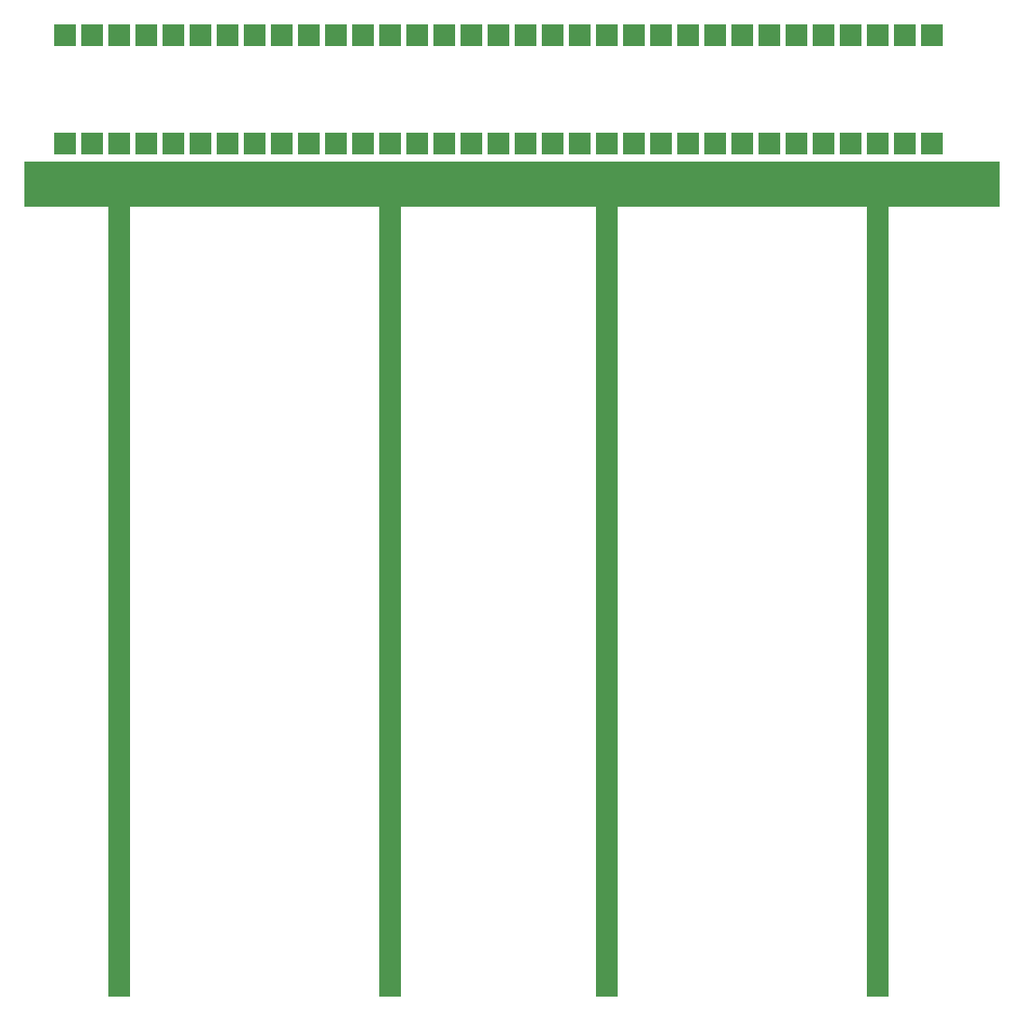
<source format=gts>
G04 #@! TF.FileFunction,Soldermask,Top*
%FSLAX46Y46*%
G04 Gerber Fmt 4.6, Leading zero omitted, Abs format (unit mm)*
G04 Created by KiCad (PCBNEW (after 2015-mar-04 BZR unknown)-product) date Mon 01 Jun 2015 23:33:07 BST*
%MOMM*%
G01*
G04 APERTURE LIST*
%ADD10C,0.150000*%
%ADD11R,2.032000X2.540000*%
%ADD12R,2.540000X2.286000*%
%ADD13R,3.048000X2.286000*%
%ADD14R,2.032000X2.032000*%
G04 APERTURE END LIST*
D10*
D11*
X85090000Y-91440000D03*
X39370000Y-91440000D03*
X59690000Y-40640000D03*
D12*
X85090000Y-15494000D03*
X87630000Y-15494000D03*
X90170000Y-15494000D03*
X92710000Y-15494000D03*
X95250000Y-15494000D03*
X82550000Y-15494000D03*
X80010000Y-15494000D03*
X77470000Y-15494000D03*
X74930000Y-15494000D03*
D13*
X82550000Y-17526000D03*
D11*
X85090000Y-17780000D03*
D13*
X87630000Y-17526000D03*
D12*
X80010000Y-17526000D03*
X77470000Y-17526000D03*
X74930000Y-17526000D03*
X90170000Y-17526000D03*
X92710000Y-17526000D03*
X95250000Y-17526000D03*
D11*
X13970000Y-27940000D03*
X13970000Y-25400000D03*
X13970000Y-22860000D03*
X39370000Y-27940000D03*
X39370000Y-25400000D03*
X39370000Y-22860000D03*
X59690000Y-27940000D03*
X59690000Y-25400000D03*
X59690000Y-22860000D03*
X85090000Y-27940000D03*
X85090000Y-25400000D03*
X85090000Y-22860000D03*
X13970000Y-88900000D03*
X13970000Y-86360000D03*
X13970000Y-83820000D03*
X13970000Y-81280000D03*
X13970000Y-78740000D03*
X13970000Y-76200000D03*
X13970000Y-73660000D03*
X13970000Y-71120000D03*
X13970000Y-68580000D03*
X13970000Y-66040000D03*
X13970000Y-63500000D03*
X13970000Y-60960000D03*
X13970000Y-58420000D03*
X13970000Y-55880000D03*
X13970000Y-53340000D03*
X13970000Y-50800000D03*
X13970000Y-48260000D03*
X13970000Y-45720000D03*
X13970000Y-43180000D03*
X13970000Y-40640000D03*
X13970000Y-38100000D03*
X13970000Y-35560000D03*
X13970000Y-33020000D03*
X13970000Y-30480000D03*
X13970000Y-20320000D03*
X13970000Y-20320000D03*
X13970000Y-30480000D03*
X13970000Y-33020000D03*
X13970000Y-35560000D03*
X13970000Y-38100000D03*
X13970000Y-40640000D03*
X13970000Y-43180000D03*
X13970000Y-45720000D03*
X13970000Y-48260000D03*
X13970000Y-50800000D03*
X13970000Y-53340000D03*
X13970000Y-55880000D03*
X13970000Y-58420000D03*
X13970000Y-60960000D03*
X13970000Y-63500000D03*
X13970000Y-66040000D03*
X13970000Y-68580000D03*
X13970000Y-71120000D03*
X13970000Y-73660000D03*
X13970000Y-76200000D03*
X13970000Y-78740000D03*
X13970000Y-81280000D03*
X13970000Y-83820000D03*
X13970000Y-86360000D03*
X13970000Y-91440000D03*
X59690000Y-88900000D03*
X59690000Y-86360000D03*
X59690000Y-83820000D03*
X59690000Y-81280000D03*
X59690000Y-78740000D03*
X59690000Y-76200000D03*
X59690000Y-73660000D03*
X59690000Y-71120000D03*
X59690000Y-68580000D03*
X59690000Y-66040000D03*
X59690000Y-63500000D03*
X59690000Y-60960000D03*
X59690000Y-58420000D03*
X59690000Y-55880000D03*
X59690000Y-53340000D03*
X59690000Y-50800000D03*
X59690000Y-48260000D03*
X59690000Y-45720000D03*
X59690000Y-43180000D03*
X59690000Y-40640000D03*
X59690000Y-38100000D03*
X59690000Y-35560000D03*
X59690000Y-33020000D03*
X59690000Y-30480000D03*
X59690000Y-20320000D03*
X59690000Y-20320000D03*
X59690000Y-30480000D03*
X59690000Y-33020000D03*
X59690000Y-35560000D03*
X59690000Y-38100000D03*
X59690000Y-40640000D03*
X59690000Y-43180000D03*
X59690000Y-45720000D03*
X59690000Y-48260000D03*
X59690000Y-50800000D03*
X59690000Y-53340000D03*
X59690000Y-55880000D03*
X59690000Y-58420000D03*
X59690000Y-60960000D03*
X59690000Y-63500000D03*
X59690000Y-66040000D03*
X59690000Y-68580000D03*
X59690000Y-71120000D03*
X59690000Y-73660000D03*
X59690000Y-76200000D03*
X59690000Y-78740000D03*
X59690000Y-81280000D03*
X59690000Y-83820000D03*
X59690000Y-86360000D03*
X59690000Y-91440000D03*
X39370000Y-88900000D03*
X39370000Y-86360000D03*
X39370000Y-83820000D03*
X39370000Y-81280000D03*
X39370000Y-78740000D03*
X39370000Y-76200000D03*
X39370000Y-73660000D03*
X39370000Y-71120000D03*
X39370000Y-68580000D03*
X39370000Y-66040000D03*
X39370000Y-63500000D03*
X39370000Y-60960000D03*
X39370000Y-58420000D03*
X39370000Y-55880000D03*
X39370000Y-53340000D03*
X39370000Y-50800000D03*
X39370000Y-48260000D03*
X39370000Y-45720000D03*
X39370000Y-43180000D03*
X39370000Y-40640000D03*
X39370000Y-38100000D03*
X39370000Y-35560000D03*
X39370000Y-33020000D03*
X39370000Y-30480000D03*
X39370000Y-20320000D03*
X85090000Y-20320000D03*
X85090000Y-30480000D03*
X85090000Y-33020000D03*
X85090000Y-35560000D03*
X85090000Y-38100000D03*
X85090000Y-40640000D03*
X85090000Y-43180000D03*
X85090000Y-45720000D03*
X85090000Y-48260000D03*
X85090000Y-50800000D03*
X85090000Y-53340000D03*
X85090000Y-55880000D03*
X85090000Y-58420000D03*
X85090000Y-60960000D03*
X85090000Y-63500000D03*
X85090000Y-66040000D03*
X85090000Y-68580000D03*
X85090000Y-71120000D03*
X85090000Y-73660000D03*
X85090000Y-76200000D03*
X85090000Y-78740000D03*
X85090000Y-81280000D03*
X85090000Y-83820000D03*
X85090000Y-86360000D03*
X85090000Y-88900000D03*
D12*
X62230000Y-15494000D03*
X64770000Y-15494000D03*
X67310000Y-15494000D03*
X69850000Y-15494000D03*
X72390000Y-15494000D03*
X59690000Y-15494000D03*
X57150000Y-15494000D03*
X54610000Y-15494000D03*
X52070000Y-15494000D03*
D13*
X62230000Y-17526000D03*
D11*
X59690000Y-17780000D03*
D13*
X57150000Y-17526000D03*
D12*
X64770000Y-17526000D03*
X54610000Y-17526000D03*
X52070000Y-17526000D03*
X67310000Y-17526000D03*
X69850000Y-17526000D03*
X72390000Y-17526000D03*
X16510000Y-15494000D03*
X19050000Y-15494000D03*
X21590000Y-15494000D03*
X24130000Y-15494000D03*
X26670000Y-15494000D03*
X13970000Y-15494000D03*
X11430000Y-15494000D03*
X8890000Y-15494000D03*
X6350000Y-15494000D03*
D13*
X16510000Y-17526000D03*
D11*
X13970000Y-17780000D03*
D13*
X11430000Y-17526000D03*
D12*
X19050000Y-17526000D03*
X8890000Y-17526000D03*
X6350000Y-17526000D03*
X21590000Y-17526000D03*
X24130000Y-17526000D03*
X26670000Y-17526000D03*
X39370000Y-15494000D03*
X41910000Y-15494000D03*
X44450000Y-15494000D03*
X46990000Y-15494000D03*
X49530000Y-15494000D03*
X36830000Y-15494000D03*
X34290000Y-15494000D03*
X31750000Y-15494000D03*
X29210000Y-15494000D03*
D13*
X36830000Y-17526000D03*
D11*
X39370000Y-17780000D03*
D13*
X41910000Y-17526000D03*
D12*
X34290000Y-17526000D03*
X31750000Y-17526000D03*
X29210000Y-17526000D03*
X44450000Y-17526000D03*
X46990000Y-17526000D03*
X49530000Y-17526000D03*
D14*
X90170000Y-2540000D03*
X90170000Y-12700000D03*
X87630000Y-2540000D03*
X87630000Y-12700000D03*
X85090000Y-2540000D03*
X85090000Y-12700000D03*
X82550000Y-2540000D03*
X82550000Y-12700000D03*
X80010000Y-2540000D03*
X80010000Y-12700000D03*
X77470000Y-2540000D03*
X77470000Y-12700000D03*
X74930000Y-2540000D03*
X74930000Y-12700000D03*
X72390000Y-2540000D03*
X72390000Y-12700000D03*
X69850000Y-2540000D03*
X69850000Y-12700000D03*
X67310000Y-2540000D03*
X67310000Y-12700000D03*
X64770000Y-2540000D03*
X64770000Y-12700000D03*
X62230000Y-2540000D03*
X62230000Y-12700000D03*
X59690000Y-2540000D03*
X59690000Y-12700000D03*
X57150000Y-2540000D03*
X57150000Y-12700000D03*
X54610000Y-2540000D03*
X54610000Y-12700000D03*
X52070000Y-2540000D03*
X52070000Y-12700000D03*
X49530000Y-2540000D03*
X49530000Y-12700000D03*
X46990000Y-2540000D03*
X46990000Y-12700000D03*
X44450000Y-2540000D03*
X44450000Y-12700000D03*
X41910000Y-2540000D03*
X41910000Y-12700000D03*
X39370000Y-2540000D03*
X39370000Y-12700000D03*
X36830000Y-2540000D03*
X36830000Y-12700000D03*
X34290000Y-2540000D03*
X34290000Y-12700000D03*
X31750000Y-2540000D03*
X31750000Y-12700000D03*
X29210000Y-2540000D03*
X29210000Y-12700000D03*
X26670000Y-2540000D03*
X26670000Y-12700000D03*
X24130000Y-2540000D03*
X24130000Y-12700000D03*
X21590000Y-2540000D03*
X21590000Y-12700000D03*
X19050000Y-2540000D03*
X19050000Y-12700000D03*
X16510000Y-2540000D03*
X16510000Y-12700000D03*
X13970000Y-2540000D03*
X13970000Y-12700000D03*
X11430000Y-2540000D03*
X11430000Y-12700000D03*
X8890000Y-2540000D03*
X8890000Y-12700000D03*
M02*

</source>
